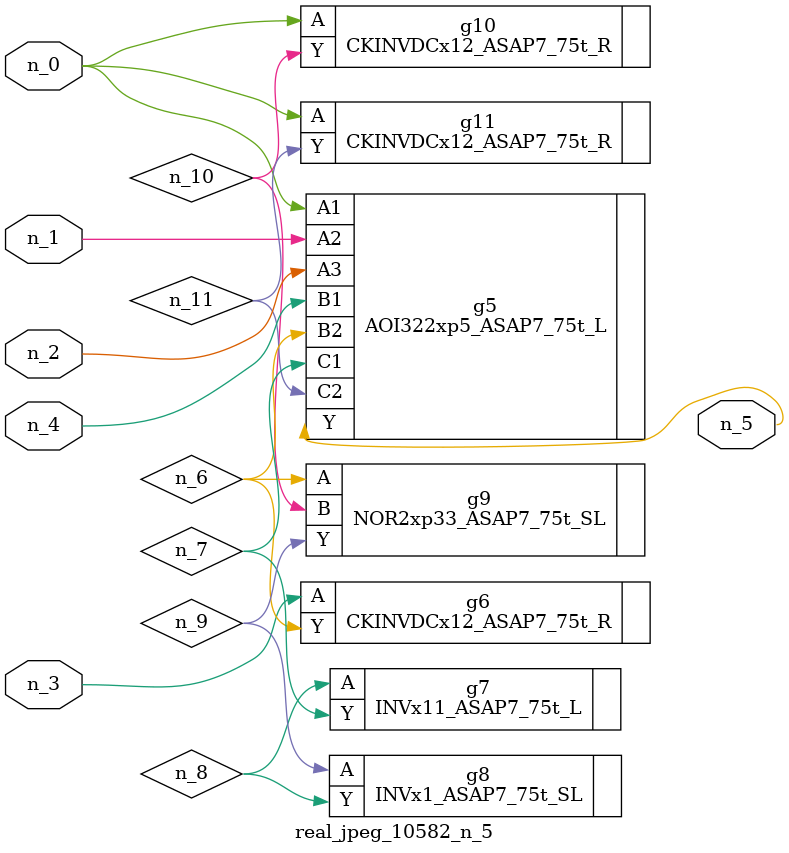
<source format=v>
module real_jpeg_10582_n_5 (n_4, n_0, n_1, n_2, n_3, n_5);

input n_4;
input n_0;
input n_1;
input n_2;
input n_3;

output n_5;

wire n_8;
wire n_11;
wire n_6;
wire n_7;
wire n_10;
wire n_9;

AOI322xp5_ASAP7_75t_L g5 ( 
.A1(n_0),
.A2(n_1),
.A3(n_2),
.B1(n_4),
.B2(n_6),
.C1(n_7),
.C2(n_11),
.Y(n_5)
);

CKINVDCx12_ASAP7_75t_R g10 ( 
.A(n_0),
.Y(n_10)
);

CKINVDCx12_ASAP7_75t_R g11 ( 
.A(n_0),
.Y(n_11)
);

CKINVDCx12_ASAP7_75t_R g6 ( 
.A(n_3),
.Y(n_6)
);

NOR2xp33_ASAP7_75t_SL g9 ( 
.A(n_6),
.B(n_10),
.Y(n_9)
);

INVx11_ASAP7_75t_L g7 ( 
.A(n_8),
.Y(n_7)
);

INVx1_ASAP7_75t_SL g8 ( 
.A(n_9),
.Y(n_8)
);


endmodule
</source>
